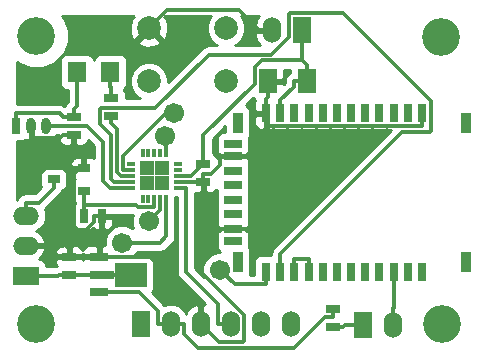
<source format=gtl>
G04 (created by PCBNEW-RS274X (2011-nov-30)-testing) date Wed 08 Aug 2012 11:28:05 AM CEST*
%MOIN*%
G04 Gerber Fmt 3.4, Leading zero omitted, Abs format*
%FSLAX34Y34*%
G01*
G70*
G90*
G04 APERTURE LIST*
%ADD10C,0.006*%
%ADD11R,0.063X0.0276*%
%ADD12R,0.0827X0.0276*%
%ADD13R,0.1083X0.0787*%
%ADD14R,0.06X0.08*%
%ADD15R,0.045X0.025*%
%ADD16R,0.0314X0.059*%
%ADD17R,0.059X0.0314*%
%ADD18R,0.0354X0.0708*%
%ADD19R,0.0354X0.0707*%
%ADD20R,0.0118X0.0287*%
%ADD21R,0.0287X0.0118*%
%ADD22R,0.0492X0.0492*%
%ADD23R,0.06X0.0866*%
%ADD24O,0.06X0.0866*%
%ADD25R,0.0866X0.06*%
%ADD26O,0.0866X0.06*%
%ADD27C,0.0787*%
%ADD28C,0.126*%
%ADD29R,0.0629X0.0709*%
%ADD30R,0.0315X0.0551*%
%ADD31O,0.0315X0.0551*%
%ADD32R,0.0394X0.0276*%
%ADD33R,0.025X0.045*%
%ADD34C,0.067*%
%ADD35C,0.0118*%
%ADD36C,0.01*%
G04 APERTURE END LIST*
G54D10*
G54D11*
X12264Y-15551D03*
G54D12*
X12362Y-16142D03*
G54D11*
X12264Y-16733D03*
G54D13*
X13307Y-16142D03*
G54D14*
X19174Y-9705D03*
X17874Y-9705D03*
G54D15*
X15728Y-12456D03*
X15728Y-13056D03*
X11260Y-16146D03*
X11260Y-15546D03*
X12657Y-10851D03*
X12657Y-10251D03*
X20039Y-17298D03*
X20039Y-17898D03*
X11398Y-10881D03*
X11398Y-11481D03*
G54D16*
X22540Y-10768D03*
X22067Y-10768D03*
X21595Y-10768D03*
X21122Y-10768D03*
X20650Y-10768D03*
X20178Y-10768D03*
X19705Y-10768D03*
X19233Y-10768D03*
X18760Y-10768D03*
X18288Y-10768D03*
X17815Y-10768D03*
X17815Y-16044D03*
X18288Y-16044D03*
X18760Y-16044D03*
X19233Y-16044D03*
X19705Y-16044D03*
X20178Y-16044D03*
X20650Y-16044D03*
X21122Y-16044D03*
X21595Y-16044D03*
X22067Y-16044D03*
X22540Y-16044D03*
X23012Y-16044D03*
X23012Y-10768D03*
G54D17*
X16713Y-11792D03*
X16713Y-12185D03*
X16713Y-12697D03*
X16713Y-13170D03*
X16713Y-13642D03*
X16713Y-14113D03*
X16713Y-14625D03*
X16713Y-15020D03*
G54D18*
X16870Y-11083D03*
G54D19*
X24468Y-11083D03*
X24469Y-15729D03*
X16870Y-15729D03*
G54D20*
X14488Y-12080D03*
X14291Y-12080D03*
X14094Y-12080D03*
X13897Y-12080D03*
G54D21*
X13320Y-12460D03*
X13320Y-12657D03*
X13320Y-12854D03*
X13320Y-13051D03*
X13320Y-13248D03*
G54D22*
X13848Y-12608D03*
X14340Y-12608D03*
X14340Y-13100D03*
X13848Y-13100D03*
G54D20*
X13700Y-13628D03*
X13897Y-13628D03*
X14094Y-13628D03*
X14291Y-13628D03*
X14488Y-13628D03*
G54D21*
X14868Y-13248D03*
X14868Y-13051D03*
X14868Y-12854D03*
X14868Y-12657D03*
X14868Y-12460D03*
G54D20*
X13700Y-12080D03*
G54D23*
X13642Y-17795D03*
G54D24*
X14642Y-17795D03*
X15642Y-17795D03*
X16642Y-17795D03*
X17642Y-17795D03*
X18642Y-17795D03*
G54D25*
X9803Y-16177D03*
G54D26*
X9803Y-15177D03*
X9803Y-14177D03*
G54D23*
X21055Y-17835D03*
G54D24*
X22055Y-17835D03*
G54D23*
X19004Y-7992D03*
G54D24*
X18004Y-7992D03*
G54D27*
X13917Y-9705D03*
X16477Y-7933D03*
X13917Y-7933D03*
X16477Y-9705D03*
G54D28*
X23661Y-8228D03*
X10157Y-17795D03*
X10157Y-8189D03*
X23681Y-17776D03*
G54D29*
X11508Y-9390D03*
X12626Y-9390D03*
G54D30*
X9488Y-11181D03*
G54D31*
X9988Y-11181D03*
X10488Y-11181D03*
G54D32*
X10740Y-12972D03*
X11740Y-12597D03*
X11740Y-13347D03*
G54D33*
X11747Y-14193D03*
X12347Y-14193D03*
G54D34*
X14464Y-11527D03*
X13025Y-15077D03*
X14755Y-10765D03*
X16282Y-15975D03*
X13917Y-14371D03*
G54D35*
X11747Y-14193D02*
X11747Y-13908D01*
X11747Y-13908D02*
X11747Y-13835D01*
X11747Y-13624D02*
X11740Y-13617D01*
X11747Y-13835D02*
X11747Y-13624D01*
X13551Y-13904D02*
X14094Y-13904D01*
X13482Y-13835D02*
X13551Y-13904D01*
X11747Y-13835D02*
X13482Y-13835D01*
X14094Y-13628D02*
X14094Y-13904D01*
X11740Y-13347D02*
X11740Y-13617D01*
X14488Y-11551D02*
X14488Y-12080D01*
X14464Y-11527D02*
X14488Y-11551D01*
X14488Y-14874D02*
X14488Y-13628D01*
X14285Y-15077D02*
X14488Y-14874D01*
X13025Y-15077D02*
X14285Y-15077D01*
X15143Y-16054D02*
X15143Y-13248D01*
X16210Y-17121D02*
X15143Y-16054D01*
X16210Y-17795D02*
X16210Y-17121D01*
X16642Y-17795D02*
X16210Y-17795D01*
X14868Y-13248D02*
X15143Y-13248D01*
X16713Y-14625D02*
X16286Y-14625D01*
X23012Y-10768D02*
X23012Y-11195D01*
X16713Y-12185D02*
X17140Y-12185D01*
X12347Y-14193D02*
X12090Y-14193D01*
X16900Y-7320D02*
X17572Y-7992D01*
X14530Y-7320D02*
X16900Y-7320D01*
X13917Y-7933D02*
X14530Y-7320D01*
X18004Y-7992D02*
X17572Y-7992D01*
X15642Y-17747D02*
X15642Y-17795D01*
X15642Y-17747D02*
X15642Y-17230D01*
X15656Y-15255D02*
X16286Y-14625D01*
X15656Y-16066D02*
X15656Y-15255D01*
X17075Y-17485D02*
X15656Y-16066D01*
X17075Y-18356D02*
X17075Y-17485D01*
X17042Y-18389D02*
X17075Y-18356D01*
X16236Y-18389D02*
X17042Y-18389D01*
X15642Y-17795D02*
X16236Y-18389D01*
X10933Y-11589D02*
X11041Y-11481D01*
X9988Y-11589D02*
X10933Y-11589D01*
X9988Y-11181D02*
X9988Y-11589D01*
X11398Y-11481D02*
X11041Y-11481D01*
X11398Y-11985D02*
X11398Y-11481D01*
X11740Y-12327D02*
X11398Y-11985D01*
X11740Y-12597D02*
X11740Y-12462D01*
X11740Y-12462D02*
X11740Y-12327D01*
X15148Y-13056D02*
X15143Y-13051D01*
X15728Y-13056D02*
X15148Y-13056D01*
X14868Y-13051D02*
X15143Y-13051D01*
X16713Y-12185D02*
X16286Y-12185D01*
X15728Y-14067D02*
X16286Y-14625D01*
X15728Y-13056D02*
X15728Y-14067D01*
X16286Y-12498D02*
X16286Y-12185D01*
X15985Y-12799D02*
X16286Y-12498D01*
X15728Y-12799D02*
X15985Y-12799D01*
X15728Y-13056D02*
X15728Y-12799D01*
X11820Y-14674D02*
X11546Y-14674D01*
X12090Y-14404D02*
X11820Y-14674D01*
X12090Y-14193D02*
X12090Y-14404D01*
X11409Y-12793D02*
X11740Y-12462D01*
X11409Y-14537D02*
X11409Y-12793D01*
X11546Y-14674D02*
X11409Y-14537D01*
X11096Y-15124D02*
X11260Y-15289D01*
X11043Y-15177D02*
X11096Y-15124D01*
X9803Y-15177D02*
X11043Y-15177D01*
X11096Y-15124D02*
X11546Y-14674D01*
X13963Y-15551D02*
X12264Y-15551D01*
X15642Y-17230D02*
X13963Y-15551D01*
X11260Y-15497D02*
X11260Y-15289D01*
X11260Y-15497D02*
X11260Y-15545D01*
X11260Y-15546D02*
X11260Y-15545D01*
X11811Y-15545D02*
X11817Y-15551D01*
X11260Y-15545D02*
X11811Y-15545D01*
X12264Y-15551D02*
X11817Y-15551D01*
X17815Y-10296D02*
X17874Y-10237D01*
X17815Y-10768D02*
X17815Y-10296D01*
X17874Y-9705D02*
X17874Y-10237D01*
X17815Y-10768D02*
X17815Y-11195D01*
X23012Y-11195D02*
X17815Y-11195D01*
X17815Y-11510D02*
X17140Y-12185D01*
X17815Y-11195D02*
X17815Y-11510D01*
X18760Y-15617D02*
X19233Y-15617D01*
X18760Y-16044D02*
X18760Y-15617D01*
X19233Y-16044D02*
X19233Y-15617D01*
X22067Y-17258D02*
X22067Y-16044D01*
X22055Y-17270D02*
X22067Y-17258D01*
X22055Y-17835D02*
X22055Y-17270D01*
X12971Y-12854D02*
X13320Y-12854D01*
X12846Y-12729D02*
X12971Y-12854D01*
X12846Y-11297D02*
X12846Y-12729D01*
X12657Y-11108D02*
X12846Y-11297D01*
X12657Y-10851D02*
X12657Y-11108D01*
X12657Y-9907D02*
X12657Y-10251D01*
X12626Y-9876D02*
X12657Y-9907D01*
X12626Y-9390D02*
X12626Y-9876D01*
X18288Y-15447D02*
X18288Y-16044D01*
X22348Y-11387D02*
X18288Y-15447D01*
X23290Y-11387D02*
X22348Y-11387D01*
X23323Y-11354D02*
X23290Y-11387D01*
X23323Y-10367D02*
X23323Y-11354D01*
X20382Y-7426D02*
X23323Y-10367D01*
X18604Y-7426D02*
X20382Y-7426D01*
X18571Y-7459D02*
X18604Y-7426D01*
X18571Y-8230D02*
X18571Y-7459D01*
X17990Y-8811D02*
X18571Y-8230D01*
X15899Y-8811D02*
X17990Y-8811D01*
X14130Y-10580D02*
X15899Y-8811D01*
X12315Y-10580D02*
X14130Y-10580D01*
X12282Y-10613D02*
X12315Y-10580D01*
X12282Y-11121D02*
X12282Y-10613D01*
X12654Y-11493D02*
X12282Y-11121D01*
X12654Y-12947D02*
X12654Y-11493D01*
X12758Y-13051D02*
X12654Y-12947D01*
X13320Y-13051D02*
X12758Y-13051D01*
X17815Y-16044D02*
X17815Y-16471D01*
X13320Y-12657D02*
X13044Y-12657D01*
X14474Y-10765D02*
X14755Y-10765D01*
X13044Y-12195D02*
X14474Y-10765D01*
X13044Y-12657D02*
X13044Y-12195D01*
X16778Y-16471D02*
X17815Y-16471D01*
X16282Y-15975D02*
X16778Y-16471D01*
X10237Y-13745D02*
X10740Y-13242D01*
X9803Y-13745D02*
X10237Y-13745D01*
X9803Y-14177D02*
X9803Y-13745D01*
X10740Y-12972D02*
X10740Y-13242D01*
X14291Y-13997D02*
X13917Y-14371D01*
X14291Y-13628D02*
X14291Y-13997D01*
X13307Y-16142D02*
X12362Y-16142D01*
X11813Y-16146D02*
X11817Y-16142D01*
X11260Y-16146D02*
X11813Y-16146D01*
X12362Y-16142D02*
X11817Y-16142D01*
X10872Y-16177D02*
X10903Y-16146D01*
X9803Y-16177D02*
X10872Y-16177D01*
X11260Y-16146D02*
X10903Y-16146D01*
X12606Y-13248D02*
X13320Y-13248D01*
X12382Y-13024D02*
X12606Y-13248D01*
X12382Y-11717D02*
X12382Y-13024D01*
X11846Y-11181D02*
X12382Y-11717D01*
X10488Y-11181D02*
X11846Y-11181D01*
X20459Y-17835D02*
X20396Y-17898D01*
X21055Y-17835D02*
X20459Y-17835D01*
X20039Y-17898D02*
X20396Y-17898D01*
X10933Y-10773D02*
X11041Y-10881D01*
X9488Y-10773D02*
X10933Y-10773D01*
X9488Y-11181D02*
X9488Y-10773D01*
X11398Y-10881D02*
X11041Y-10881D01*
X11398Y-10881D02*
X11398Y-10624D01*
X13580Y-16733D02*
X12264Y-16733D01*
X14210Y-17363D02*
X13580Y-16733D01*
X14210Y-17795D02*
X14210Y-17363D01*
X14642Y-17795D02*
X14210Y-17795D01*
X15074Y-18109D02*
X15074Y-17795D01*
X15546Y-18581D02*
X15074Y-18109D01*
X18756Y-18581D02*
X15546Y-18581D01*
X19782Y-17555D02*
X18756Y-18581D01*
X20039Y-17555D02*
X19782Y-17555D01*
X20039Y-17298D02*
X20039Y-17555D01*
X14642Y-17795D02*
X15074Y-17795D01*
X15330Y-12854D02*
X15728Y-12456D01*
X14868Y-12854D02*
X15330Y-12854D01*
X11508Y-10514D02*
X11398Y-10624D01*
X11508Y-9390D02*
X11508Y-10514D01*
X19174Y-9173D02*
X19174Y-9705D01*
X19004Y-9003D02*
X19174Y-9173D01*
X19004Y-7992D02*
X19004Y-9003D01*
X15728Y-11488D02*
X15728Y-12456D01*
X17437Y-9779D02*
X15728Y-11488D01*
X17437Y-9233D02*
X17437Y-9779D01*
X17667Y-9003D02*
X17437Y-9233D01*
X19004Y-9003D02*
X17667Y-9003D01*
X18742Y-9887D02*
X18742Y-9705D01*
X18288Y-10341D02*
X18742Y-9887D01*
X18288Y-10768D02*
X18288Y-10341D01*
X19174Y-9705D02*
X18742Y-9705D01*
G54D10*
G36*
X13380Y-14604D02*
X13357Y-14581D01*
X13142Y-14492D01*
X12909Y-14492D01*
X12722Y-14569D01*
X12722Y-14305D01*
X12660Y-14243D01*
X12397Y-14243D01*
X12397Y-14606D01*
X12459Y-14668D01*
X12521Y-14667D01*
X12613Y-14629D01*
X12683Y-14559D01*
X12721Y-14468D01*
X12721Y-14369D01*
X12722Y-14305D01*
X12722Y-14569D01*
X12694Y-14581D01*
X12529Y-14745D01*
X12440Y-14960D01*
X12440Y-15163D01*
X12376Y-15163D01*
X12314Y-15225D01*
X12314Y-15451D01*
X12314Y-15501D01*
X12314Y-15601D01*
X12214Y-15601D01*
X12214Y-15501D01*
X12214Y-15225D01*
X12152Y-15163D01*
X11998Y-15164D01*
X11899Y-15164D01*
X11808Y-15202D01*
X11738Y-15272D01*
X11715Y-15326D01*
X11696Y-15280D01*
X11626Y-15210D01*
X11535Y-15172D01*
X11436Y-15172D01*
X11372Y-15171D01*
X11310Y-15233D01*
X11310Y-15496D01*
X11673Y-15496D01*
X11714Y-15454D01*
X11761Y-15501D01*
X12214Y-15501D01*
X12214Y-15601D01*
X12164Y-15601D01*
X11761Y-15601D01*
X11719Y-15642D01*
X11673Y-15596D01*
X11360Y-15596D01*
X11310Y-15596D01*
X11210Y-15596D01*
X11210Y-15496D01*
X11210Y-15233D01*
X11148Y-15171D01*
X11084Y-15172D01*
X10985Y-15172D01*
X10894Y-15210D01*
X10824Y-15280D01*
X10786Y-15372D01*
X10785Y-15434D01*
X10847Y-15496D01*
X11210Y-15496D01*
X11210Y-15596D01*
X11160Y-15596D01*
X10847Y-15596D01*
X10785Y-15658D01*
X10786Y-15720D01*
X10824Y-15812D01*
X10858Y-15846D01*
X10857Y-15846D01*
X10785Y-15861D01*
X10774Y-15868D01*
X10485Y-15868D01*
X10485Y-15828D01*
X10447Y-15736D01*
X10377Y-15666D01*
X10286Y-15628D01*
X10239Y-15628D01*
X10361Y-15530D01*
X10464Y-15340D01*
X10468Y-15312D01*
X10421Y-15227D01*
X9903Y-15227D01*
X9853Y-15227D01*
X9753Y-15227D01*
X9753Y-15127D01*
X9853Y-15127D01*
X9903Y-15127D01*
X10421Y-15127D01*
X10468Y-15042D01*
X10464Y-15014D01*
X10361Y-14824D01*
X10193Y-14688D01*
X10154Y-14676D01*
X10255Y-14635D01*
X10406Y-14483D01*
X10489Y-14285D01*
X10489Y-14070D01*
X10447Y-13968D01*
X10455Y-13963D01*
X10958Y-13461D01*
X10958Y-13460D01*
X11025Y-13360D01*
X11028Y-13341D01*
X11078Y-13321D01*
X11148Y-13251D01*
X11186Y-13160D01*
X11186Y-13061D01*
X11186Y-12785D01*
X11148Y-12693D01*
X11078Y-12623D01*
X10987Y-12585D01*
X10888Y-12585D01*
X10494Y-12585D01*
X10402Y-12623D01*
X10332Y-12693D01*
X10294Y-12784D01*
X10294Y-12883D01*
X10294Y-13159D01*
X10321Y-13224D01*
X10109Y-13436D01*
X9803Y-13436D01*
X9685Y-13460D01*
X9585Y-13527D01*
X9518Y-13627D01*
X9512Y-13652D01*
X9499Y-13658D01*
X9499Y-11705D01*
X9694Y-11705D01*
X9786Y-11667D01*
X9800Y-11652D01*
X9876Y-11689D01*
X9938Y-11640D01*
X9938Y-11281D01*
X9938Y-11231D01*
X9938Y-11131D01*
X10038Y-11131D01*
X10038Y-11231D01*
X10038Y-11281D01*
X10038Y-11640D01*
X10100Y-11689D01*
X10238Y-11623D01*
X10262Y-11647D01*
X10408Y-11708D01*
X10567Y-11708D01*
X10714Y-11647D01*
X10826Y-11535D01*
X10844Y-11490D01*
X10923Y-11490D01*
X10923Y-11581D01*
X10935Y-11581D01*
X10923Y-11593D01*
X10924Y-11655D01*
X10962Y-11747D01*
X11032Y-11817D01*
X11123Y-11855D01*
X11222Y-11855D01*
X11286Y-11856D01*
X11348Y-11794D01*
X11348Y-11581D01*
X11348Y-11531D01*
X11348Y-11490D01*
X11448Y-11490D01*
X11448Y-11531D01*
X11448Y-11581D01*
X11448Y-11794D01*
X11510Y-11856D01*
X11574Y-11855D01*
X11673Y-11855D01*
X11764Y-11817D01*
X11834Y-11747D01*
X11872Y-11655D01*
X11872Y-11643D01*
X12073Y-11844D01*
X12073Y-12245D01*
X11987Y-12210D01*
X11888Y-12210D01*
X11852Y-12209D01*
X11790Y-12271D01*
X11790Y-12497D01*
X11790Y-12547D01*
X11790Y-12647D01*
X11690Y-12647D01*
X11690Y-12547D01*
X11690Y-12271D01*
X11628Y-12209D01*
X11592Y-12210D01*
X11493Y-12210D01*
X11402Y-12248D01*
X11348Y-12302D01*
X11332Y-12318D01*
X11294Y-12410D01*
X11293Y-12485D01*
X11355Y-12547D01*
X11690Y-12547D01*
X11690Y-12647D01*
X11640Y-12647D01*
X11355Y-12647D01*
X11293Y-12709D01*
X11294Y-12784D01*
X11332Y-12876D01*
X11402Y-12946D01*
X11464Y-12972D01*
X11402Y-12998D01*
X11332Y-13068D01*
X11294Y-13159D01*
X11294Y-13258D01*
X11294Y-13534D01*
X11332Y-13626D01*
X11402Y-13696D01*
X11438Y-13711D01*
X11438Y-13800D01*
X11411Y-13827D01*
X11373Y-13918D01*
X11373Y-14017D01*
X11373Y-14467D01*
X11411Y-14559D01*
X11481Y-14629D01*
X11572Y-14667D01*
X11671Y-14667D01*
X11921Y-14667D01*
X12013Y-14629D01*
X12047Y-14595D01*
X12081Y-14629D01*
X12173Y-14667D01*
X12235Y-14668D01*
X12297Y-14606D01*
X12297Y-14293D01*
X12297Y-14243D01*
X12297Y-14144D01*
X13365Y-14144D01*
X13374Y-14150D01*
X13332Y-14254D01*
X13332Y-14487D01*
X13380Y-14604D01*
X13380Y-14604D01*
G37*
G54D36*
X13380Y-14604D02*
X13357Y-14581D01*
X13142Y-14492D01*
X12909Y-14492D01*
X12722Y-14569D01*
X12722Y-14305D01*
X12660Y-14243D01*
X12397Y-14243D01*
X12397Y-14606D01*
X12459Y-14668D01*
X12521Y-14667D01*
X12613Y-14629D01*
X12683Y-14559D01*
X12721Y-14468D01*
X12721Y-14369D01*
X12722Y-14305D01*
X12722Y-14569D01*
X12694Y-14581D01*
X12529Y-14745D01*
X12440Y-14960D01*
X12440Y-15163D01*
X12376Y-15163D01*
X12314Y-15225D01*
X12314Y-15451D01*
X12314Y-15501D01*
X12314Y-15601D01*
X12214Y-15601D01*
X12214Y-15501D01*
X12214Y-15225D01*
X12152Y-15163D01*
X11998Y-15164D01*
X11899Y-15164D01*
X11808Y-15202D01*
X11738Y-15272D01*
X11715Y-15326D01*
X11696Y-15280D01*
X11626Y-15210D01*
X11535Y-15172D01*
X11436Y-15172D01*
X11372Y-15171D01*
X11310Y-15233D01*
X11310Y-15496D01*
X11673Y-15496D01*
X11714Y-15454D01*
X11761Y-15501D01*
X12214Y-15501D01*
X12214Y-15601D01*
X12164Y-15601D01*
X11761Y-15601D01*
X11719Y-15642D01*
X11673Y-15596D01*
X11360Y-15596D01*
X11310Y-15596D01*
X11210Y-15596D01*
X11210Y-15496D01*
X11210Y-15233D01*
X11148Y-15171D01*
X11084Y-15172D01*
X10985Y-15172D01*
X10894Y-15210D01*
X10824Y-15280D01*
X10786Y-15372D01*
X10785Y-15434D01*
X10847Y-15496D01*
X11210Y-15496D01*
X11210Y-15596D01*
X11160Y-15596D01*
X10847Y-15596D01*
X10785Y-15658D01*
X10786Y-15720D01*
X10824Y-15812D01*
X10858Y-15846D01*
X10857Y-15846D01*
X10785Y-15861D01*
X10774Y-15868D01*
X10485Y-15868D01*
X10485Y-15828D01*
X10447Y-15736D01*
X10377Y-15666D01*
X10286Y-15628D01*
X10239Y-15628D01*
X10361Y-15530D01*
X10464Y-15340D01*
X10468Y-15312D01*
X10421Y-15227D01*
X9903Y-15227D01*
X9853Y-15227D01*
X9753Y-15227D01*
X9753Y-15127D01*
X9853Y-15127D01*
X9903Y-15127D01*
X10421Y-15127D01*
X10468Y-15042D01*
X10464Y-15014D01*
X10361Y-14824D01*
X10193Y-14688D01*
X10154Y-14676D01*
X10255Y-14635D01*
X10406Y-14483D01*
X10489Y-14285D01*
X10489Y-14070D01*
X10447Y-13968D01*
X10455Y-13963D01*
X10958Y-13461D01*
X10958Y-13460D01*
X11025Y-13360D01*
X11028Y-13341D01*
X11078Y-13321D01*
X11148Y-13251D01*
X11186Y-13160D01*
X11186Y-13061D01*
X11186Y-12785D01*
X11148Y-12693D01*
X11078Y-12623D01*
X10987Y-12585D01*
X10888Y-12585D01*
X10494Y-12585D01*
X10402Y-12623D01*
X10332Y-12693D01*
X10294Y-12784D01*
X10294Y-12883D01*
X10294Y-13159D01*
X10321Y-13224D01*
X10109Y-13436D01*
X9803Y-13436D01*
X9685Y-13460D01*
X9585Y-13527D01*
X9518Y-13627D01*
X9512Y-13652D01*
X9499Y-13658D01*
X9499Y-11705D01*
X9694Y-11705D01*
X9786Y-11667D01*
X9800Y-11652D01*
X9876Y-11689D01*
X9938Y-11640D01*
X9938Y-11281D01*
X9938Y-11231D01*
X9938Y-11131D01*
X10038Y-11131D01*
X10038Y-11231D01*
X10038Y-11281D01*
X10038Y-11640D01*
X10100Y-11689D01*
X10238Y-11623D01*
X10262Y-11647D01*
X10408Y-11708D01*
X10567Y-11708D01*
X10714Y-11647D01*
X10826Y-11535D01*
X10844Y-11490D01*
X10923Y-11490D01*
X10923Y-11581D01*
X10935Y-11581D01*
X10923Y-11593D01*
X10924Y-11655D01*
X10962Y-11747D01*
X11032Y-11817D01*
X11123Y-11855D01*
X11222Y-11855D01*
X11286Y-11856D01*
X11348Y-11794D01*
X11348Y-11581D01*
X11348Y-11531D01*
X11348Y-11490D01*
X11448Y-11490D01*
X11448Y-11531D01*
X11448Y-11581D01*
X11448Y-11794D01*
X11510Y-11856D01*
X11574Y-11855D01*
X11673Y-11855D01*
X11764Y-11817D01*
X11834Y-11747D01*
X11872Y-11655D01*
X11872Y-11643D01*
X12073Y-11844D01*
X12073Y-12245D01*
X11987Y-12210D01*
X11888Y-12210D01*
X11852Y-12209D01*
X11790Y-12271D01*
X11790Y-12497D01*
X11790Y-12547D01*
X11790Y-12647D01*
X11690Y-12647D01*
X11690Y-12547D01*
X11690Y-12271D01*
X11628Y-12209D01*
X11592Y-12210D01*
X11493Y-12210D01*
X11402Y-12248D01*
X11348Y-12302D01*
X11332Y-12318D01*
X11294Y-12410D01*
X11293Y-12485D01*
X11355Y-12547D01*
X11690Y-12547D01*
X11690Y-12647D01*
X11640Y-12647D01*
X11355Y-12647D01*
X11293Y-12709D01*
X11294Y-12784D01*
X11332Y-12876D01*
X11402Y-12946D01*
X11464Y-12972D01*
X11402Y-12998D01*
X11332Y-13068D01*
X11294Y-13159D01*
X11294Y-13258D01*
X11294Y-13534D01*
X11332Y-13626D01*
X11402Y-13696D01*
X11438Y-13711D01*
X11438Y-13800D01*
X11411Y-13827D01*
X11373Y-13918D01*
X11373Y-14017D01*
X11373Y-14467D01*
X11411Y-14559D01*
X11481Y-14629D01*
X11572Y-14667D01*
X11671Y-14667D01*
X11921Y-14667D01*
X12013Y-14629D01*
X12047Y-14595D01*
X12081Y-14629D01*
X12173Y-14667D01*
X12235Y-14668D01*
X12297Y-14606D01*
X12297Y-14293D01*
X12297Y-14243D01*
X12297Y-14144D01*
X13365Y-14144D01*
X13374Y-14150D01*
X13332Y-14254D01*
X13332Y-14487D01*
X13380Y-14604D01*
G54D10*
G36*
X15783Y-17130D02*
X15777Y-17130D01*
X15692Y-17177D01*
X15692Y-17695D01*
X15692Y-17745D01*
X15692Y-17845D01*
X15592Y-17845D01*
X15592Y-17745D01*
X15592Y-17695D01*
X15592Y-17177D01*
X15507Y-17130D01*
X15479Y-17134D01*
X15289Y-17237D01*
X15153Y-17405D01*
X15141Y-17443D01*
X15100Y-17343D01*
X14948Y-17192D01*
X14750Y-17109D01*
X14535Y-17109D01*
X14432Y-17151D01*
X14428Y-17145D01*
X14428Y-17144D01*
X14009Y-16725D01*
X14059Y-16676D01*
X14097Y-16585D01*
X14097Y-16486D01*
X14097Y-15700D01*
X14059Y-15608D01*
X13989Y-15538D01*
X13898Y-15500D01*
X13799Y-15500D01*
X13429Y-15500D01*
X13521Y-15409D01*
X13530Y-15386D01*
X14285Y-15386D01*
X14285Y-15385D01*
X14403Y-15362D01*
X14503Y-15295D01*
X14706Y-15093D01*
X14706Y-15092D01*
X14773Y-14992D01*
X14796Y-14874D01*
X14797Y-14874D01*
X14797Y-13628D01*
X14796Y-13623D01*
X14796Y-13556D01*
X14834Y-13556D01*
X14834Y-16054D01*
X14858Y-16172D01*
X14925Y-16272D01*
X15783Y-17130D01*
X15783Y-17130D01*
G37*
G54D36*
X15783Y-17130D02*
X15777Y-17130D01*
X15692Y-17177D01*
X15692Y-17695D01*
X15692Y-17745D01*
X15692Y-17845D01*
X15592Y-17845D01*
X15592Y-17745D01*
X15592Y-17695D01*
X15592Y-17177D01*
X15507Y-17130D01*
X15479Y-17134D01*
X15289Y-17237D01*
X15153Y-17405D01*
X15141Y-17443D01*
X15100Y-17343D01*
X14948Y-17192D01*
X14750Y-17109D01*
X14535Y-17109D01*
X14432Y-17151D01*
X14428Y-17145D01*
X14428Y-17144D01*
X14009Y-16725D01*
X14059Y-16676D01*
X14097Y-16585D01*
X14097Y-16486D01*
X14097Y-15700D01*
X14059Y-15608D01*
X13989Y-15538D01*
X13898Y-15500D01*
X13799Y-15500D01*
X13429Y-15500D01*
X13521Y-15409D01*
X13530Y-15386D01*
X14285Y-15386D01*
X14285Y-15385D01*
X14403Y-15362D01*
X14503Y-15295D01*
X14706Y-15093D01*
X14706Y-15092D01*
X14773Y-14992D01*
X14796Y-14874D01*
X14797Y-14874D01*
X14797Y-13628D01*
X14796Y-13623D01*
X14796Y-13556D01*
X14834Y-13556D01*
X14834Y-16054D01*
X14858Y-16172D01*
X14925Y-16272D01*
X15783Y-17130D01*
G54D10*
G36*
X16171Y-8502D02*
X15899Y-8502D01*
X15781Y-8526D01*
X15747Y-8548D01*
X15680Y-8593D01*
X14563Y-9710D01*
X14560Y-9713D01*
X14560Y-9578D01*
X14462Y-9342D01*
X14299Y-9178D01*
X14299Y-8386D01*
X13917Y-8004D01*
X13846Y-8075D01*
X13535Y-8386D01*
X13574Y-8491D01*
X13814Y-8579D01*
X14069Y-8570D01*
X14260Y-8491D01*
X14299Y-8386D01*
X14299Y-9178D01*
X14282Y-9161D01*
X14046Y-9062D01*
X13790Y-9062D01*
X13554Y-9160D01*
X13373Y-9340D01*
X13274Y-9576D01*
X13274Y-9832D01*
X13372Y-10068D01*
X13552Y-10249D01*
X13604Y-10271D01*
X13131Y-10271D01*
X13131Y-10077D01*
X13093Y-9985D01*
X13068Y-9960D01*
X13081Y-9955D01*
X13151Y-9885D01*
X13189Y-9794D01*
X13189Y-9695D01*
X13189Y-8987D01*
X13151Y-8895D01*
X13081Y-8825D01*
X12990Y-8787D01*
X12891Y-8787D01*
X12263Y-8787D01*
X12171Y-8825D01*
X12101Y-8895D01*
X12066Y-8976D01*
X12033Y-8895D01*
X11963Y-8825D01*
X11872Y-8787D01*
X11773Y-8787D01*
X11145Y-8787D01*
X11053Y-8825D01*
X10983Y-8895D01*
X10945Y-8986D01*
X10945Y-9085D01*
X10945Y-9793D01*
X10983Y-9885D01*
X11053Y-9955D01*
X11144Y-9993D01*
X11199Y-9993D01*
X11199Y-10386D01*
X11180Y-10406D01*
X11113Y-10506D01*
X11111Y-10512D01*
X11096Y-10518D01*
X11051Y-10488D01*
X10933Y-10464D01*
X9499Y-10464D01*
X9499Y-9050D01*
X9548Y-9099D01*
X9943Y-9263D01*
X10370Y-9263D01*
X10765Y-9100D01*
X11067Y-8798D01*
X11231Y-8403D01*
X11231Y-7976D01*
X11068Y-7581D01*
X11017Y-7530D01*
X13395Y-7530D01*
X13384Y-7541D01*
X13412Y-7569D01*
X13359Y-7590D01*
X13271Y-7830D01*
X13280Y-8085D01*
X13359Y-8276D01*
X13464Y-8315D01*
X13811Y-7968D01*
X13846Y-7933D01*
X13917Y-7862D01*
X13988Y-7933D01*
X14023Y-7968D01*
X14370Y-8315D01*
X14475Y-8276D01*
X14563Y-8036D01*
X14554Y-7781D01*
X14475Y-7590D01*
X14421Y-7569D01*
X14450Y-7541D01*
X14439Y-7530D01*
X15971Y-7530D01*
X15933Y-7568D01*
X15834Y-7804D01*
X15834Y-8060D01*
X15932Y-8296D01*
X16112Y-8477D01*
X16171Y-8502D01*
X16171Y-8502D01*
G37*
G54D36*
X16171Y-8502D02*
X15899Y-8502D01*
X15781Y-8526D01*
X15747Y-8548D01*
X15680Y-8593D01*
X14563Y-9710D01*
X14560Y-9713D01*
X14560Y-9578D01*
X14462Y-9342D01*
X14299Y-9178D01*
X14299Y-8386D01*
X13917Y-8004D01*
X13846Y-8075D01*
X13535Y-8386D01*
X13574Y-8491D01*
X13814Y-8579D01*
X14069Y-8570D01*
X14260Y-8491D01*
X14299Y-8386D01*
X14299Y-9178D01*
X14282Y-9161D01*
X14046Y-9062D01*
X13790Y-9062D01*
X13554Y-9160D01*
X13373Y-9340D01*
X13274Y-9576D01*
X13274Y-9832D01*
X13372Y-10068D01*
X13552Y-10249D01*
X13604Y-10271D01*
X13131Y-10271D01*
X13131Y-10077D01*
X13093Y-9985D01*
X13068Y-9960D01*
X13081Y-9955D01*
X13151Y-9885D01*
X13189Y-9794D01*
X13189Y-9695D01*
X13189Y-8987D01*
X13151Y-8895D01*
X13081Y-8825D01*
X12990Y-8787D01*
X12891Y-8787D01*
X12263Y-8787D01*
X12171Y-8825D01*
X12101Y-8895D01*
X12066Y-8976D01*
X12033Y-8895D01*
X11963Y-8825D01*
X11872Y-8787D01*
X11773Y-8787D01*
X11145Y-8787D01*
X11053Y-8825D01*
X10983Y-8895D01*
X10945Y-8986D01*
X10945Y-9085D01*
X10945Y-9793D01*
X10983Y-9885D01*
X11053Y-9955D01*
X11144Y-9993D01*
X11199Y-9993D01*
X11199Y-10386D01*
X11180Y-10406D01*
X11113Y-10506D01*
X11111Y-10512D01*
X11096Y-10518D01*
X11051Y-10488D01*
X10933Y-10464D01*
X9499Y-10464D01*
X9499Y-9050D01*
X9548Y-9099D01*
X9943Y-9263D01*
X10370Y-9263D01*
X10765Y-9100D01*
X11067Y-8798D01*
X11231Y-8403D01*
X11231Y-7976D01*
X11068Y-7581D01*
X11017Y-7530D01*
X13395Y-7530D01*
X13384Y-7541D01*
X13412Y-7569D01*
X13359Y-7590D01*
X13271Y-7830D01*
X13280Y-8085D01*
X13359Y-8276D01*
X13464Y-8315D01*
X13811Y-7968D01*
X13846Y-7933D01*
X13917Y-7862D01*
X13988Y-7933D01*
X14023Y-7968D01*
X14370Y-8315D01*
X14475Y-8276D01*
X14563Y-8036D01*
X14554Y-7781D01*
X14475Y-7590D01*
X14421Y-7569D01*
X14450Y-7541D01*
X14439Y-7530D01*
X15971Y-7530D01*
X15933Y-7568D01*
X15834Y-7804D01*
X15834Y-8060D01*
X15932Y-8296D01*
X16112Y-8477D01*
X16171Y-8502D01*
G54D10*
G36*
X18054Y-8042D02*
X17954Y-8042D01*
X17904Y-8042D01*
X17454Y-8042D01*
X17454Y-8175D01*
X17515Y-8382D01*
X17612Y-8502D01*
X16782Y-8502D01*
X16840Y-8478D01*
X17021Y-8298D01*
X17120Y-8062D01*
X17120Y-7806D01*
X17022Y-7570D01*
X16982Y-7530D01*
X17573Y-7530D01*
X17515Y-7602D01*
X17454Y-7809D01*
X17454Y-7942D01*
X17904Y-7942D01*
X17954Y-7942D01*
X18054Y-7942D01*
X18054Y-8042D01*
X18054Y-8042D01*
G37*
G54D36*
X18054Y-8042D02*
X17954Y-8042D01*
X17904Y-8042D01*
X17454Y-8042D01*
X17454Y-8175D01*
X17515Y-8382D01*
X17612Y-8502D01*
X16782Y-8502D01*
X16840Y-8478D01*
X17021Y-8298D01*
X17120Y-8062D01*
X17120Y-7806D01*
X17022Y-7570D01*
X16982Y-7530D01*
X17573Y-7530D01*
X17515Y-7602D01*
X17454Y-7809D01*
X17454Y-7942D01*
X17904Y-7942D01*
X17954Y-7942D01*
X18054Y-7942D01*
X18054Y-8042D01*
G54D10*
G36*
X18625Y-9419D02*
X18624Y-9420D01*
X18524Y-9487D01*
X18457Y-9587D01*
X18433Y-9705D01*
X18433Y-9759D01*
X18399Y-9792D01*
X18362Y-9755D01*
X17974Y-9755D01*
X17924Y-9755D01*
X17824Y-9755D01*
X17824Y-9655D01*
X17924Y-9655D01*
X17974Y-9655D01*
X18362Y-9655D01*
X18424Y-9593D01*
X18423Y-9354D01*
X18423Y-9312D01*
X18625Y-9312D01*
X18625Y-9354D01*
X18625Y-9419D01*
X18625Y-9419D01*
G37*
G54D36*
X18625Y-9419D02*
X18624Y-9420D01*
X18524Y-9487D01*
X18457Y-9587D01*
X18433Y-9705D01*
X18433Y-9759D01*
X18399Y-9792D01*
X18362Y-9755D01*
X17974Y-9755D01*
X17924Y-9755D01*
X17824Y-9755D01*
X17824Y-9655D01*
X17924Y-9655D01*
X17974Y-9655D01*
X18362Y-9655D01*
X18424Y-9593D01*
X18423Y-9354D01*
X18423Y-9312D01*
X18625Y-9312D01*
X18625Y-9354D01*
X18625Y-9419D01*
G54D10*
G36*
X21986Y-11312D02*
X18070Y-15229D01*
X18003Y-15329D01*
X17979Y-15447D01*
X17979Y-15500D01*
X17923Y-15500D01*
X17765Y-15500D01*
X17765Y-11251D01*
X17765Y-10818D01*
X17470Y-10818D01*
X17408Y-10880D01*
X17409Y-11014D01*
X17409Y-11113D01*
X17447Y-11204D01*
X17517Y-11274D01*
X17609Y-11312D01*
X17703Y-11313D01*
X17765Y-11251D01*
X17765Y-15500D01*
X17609Y-15500D01*
X17517Y-15538D01*
X17447Y-15608D01*
X17409Y-15699D01*
X17409Y-15798D01*
X17409Y-16162D01*
X17283Y-16162D01*
X17296Y-16132D01*
X17296Y-16033D01*
X17296Y-15327D01*
X17258Y-15235D01*
X17254Y-15231D01*
X17257Y-15227D01*
X17257Y-15128D01*
X17257Y-14831D01*
X17257Y-14814D01*
X17258Y-14737D01*
X17196Y-14675D01*
X17172Y-14675D01*
X17149Y-14652D01*
X17058Y-14614D01*
X16959Y-14614D01*
X16369Y-14614D01*
X16277Y-14652D01*
X16254Y-14675D01*
X16230Y-14675D01*
X16168Y-14737D01*
X16169Y-14831D01*
X16169Y-14912D01*
X16169Y-15226D01*
X16207Y-15318D01*
X16277Y-15388D01*
X16281Y-15390D01*
X16166Y-15390D01*
X15951Y-15479D01*
X15786Y-15643D01*
X15697Y-15858D01*
X15697Y-16091D01*
X15753Y-16228D01*
X15452Y-15926D01*
X15452Y-13429D01*
X15453Y-13430D01*
X15552Y-13430D01*
X15616Y-13431D01*
X15678Y-13369D01*
X15678Y-13156D01*
X15678Y-13106D01*
X15678Y-13006D01*
X15778Y-13006D01*
X15778Y-13106D01*
X15778Y-13156D01*
X15778Y-13369D01*
X15840Y-13431D01*
X15904Y-13430D01*
X16003Y-13430D01*
X16094Y-13392D01*
X16164Y-13322D01*
X16169Y-13309D01*
X16169Y-13376D01*
X16181Y-13405D01*
X16169Y-13435D01*
X16169Y-13534D01*
X16169Y-13848D01*
X16181Y-13877D01*
X16169Y-13906D01*
X16169Y-14005D01*
X16169Y-14319D01*
X16189Y-14369D01*
X16169Y-14419D01*
X16168Y-14513D01*
X16230Y-14575D01*
X16613Y-14575D01*
X16663Y-14575D01*
X16763Y-14575D01*
X16813Y-14575D01*
X17196Y-14575D01*
X17258Y-14513D01*
X17257Y-14419D01*
X17236Y-14369D01*
X17257Y-14320D01*
X17257Y-14221D01*
X17257Y-13907D01*
X17244Y-13877D01*
X17257Y-13849D01*
X17257Y-13750D01*
X17257Y-13436D01*
X17244Y-13406D01*
X17257Y-13377D01*
X17257Y-13278D01*
X17257Y-12964D01*
X17244Y-12933D01*
X17257Y-12904D01*
X17257Y-12805D01*
X17257Y-12491D01*
X17236Y-12441D01*
X17257Y-12391D01*
X17258Y-12297D01*
X17196Y-12235D01*
X16813Y-12235D01*
X16763Y-12235D01*
X16663Y-12235D01*
X16613Y-12235D01*
X16230Y-12235D01*
X16196Y-12268D01*
X16164Y-12190D01*
X16094Y-12120D01*
X16037Y-12096D01*
X16037Y-11615D01*
X16444Y-11208D01*
X16444Y-11386D01*
X16369Y-11386D01*
X16277Y-11424D01*
X16207Y-11494D01*
X16169Y-11585D01*
X16169Y-11684D01*
X16169Y-11979D01*
X16168Y-12073D01*
X16230Y-12135D01*
X16252Y-12135D01*
X16277Y-12160D01*
X16368Y-12198D01*
X16467Y-12198D01*
X17057Y-12198D01*
X17149Y-12160D01*
X17174Y-12135D01*
X17196Y-12135D01*
X17258Y-12073D01*
X17257Y-11999D01*
X17257Y-11979D01*
X17257Y-11900D01*
X17257Y-11586D01*
X17254Y-11581D01*
X17258Y-11578D01*
X17296Y-11487D01*
X17296Y-11388D01*
X17296Y-10680D01*
X17258Y-10588D01*
X17188Y-10518D01*
X17150Y-10502D01*
X17384Y-10267D01*
X17433Y-10316D01*
X17454Y-10324D01*
X17447Y-10332D01*
X17409Y-10423D01*
X17409Y-10522D01*
X17408Y-10656D01*
X17470Y-10718D01*
X17715Y-10718D01*
X17765Y-10718D01*
X17865Y-10718D01*
X17865Y-10818D01*
X17865Y-10868D01*
X17865Y-11251D01*
X17927Y-11313D01*
X18021Y-11312D01*
X18051Y-11299D01*
X18081Y-11312D01*
X18180Y-11312D01*
X18494Y-11312D01*
X18523Y-11299D01*
X18553Y-11312D01*
X18652Y-11312D01*
X18966Y-11312D01*
X18996Y-11299D01*
X19026Y-11312D01*
X19125Y-11312D01*
X19439Y-11312D01*
X19468Y-11299D01*
X19498Y-11312D01*
X19597Y-11312D01*
X19911Y-11312D01*
X19941Y-11299D01*
X19971Y-11312D01*
X20070Y-11312D01*
X20384Y-11312D01*
X20413Y-11299D01*
X20443Y-11312D01*
X20542Y-11312D01*
X20856Y-11312D01*
X20885Y-11299D01*
X20915Y-11312D01*
X21014Y-11312D01*
X21328Y-11312D01*
X21358Y-11299D01*
X21388Y-11312D01*
X21487Y-11312D01*
X21801Y-11312D01*
X21830Y-11299D01*
X21860Y-11312D01*
X21959Y-11312D01*
X21986Y-11312D01*
X21986Y-11312D01*
G37*
G54D36*
X21986Y-11312D02*
X18070Y-15229D01*
X18003Y-15329D01*
X17979Y-15447D01*
X17979Y-15500D01*
X17923Y-15500D01*
X17765Y-15500D01*
X17765Y-11251D01*
X17765Y-10818D01*
X17470Y-10818D01*
X17408Y-10880D01*
X17409Y-11014D01*
X17409Y-11113D01*
X17447Y-11204D01*
X17517Y-11274D01*
X17609Y-11312D01*
X17703Y-11313D01*
X17765Y-11251D01*
X17765Y-15500D01*
X17609Y-15500D01*
X17517Y-15538D01*
X17447Y-15608D01*
X17409Y-15699D01*
X17409Y-15798D01*
X17409Y-16162D01*
X17283Y-16162D01*
X17296Y-16132D01*
X17296Y-16033D01*
X17296Y-15327D01*
X17258Y-15235D01*
X17254Y-15231D01*
X17257Y-15227D01*
X17257Y-15128D01*
X17257Y-14831D01*
X17257Y-14814D01*
X17258Y-14737D01*
X17196Y-14675D01*
X17172Y-14675D01*
X17149Y-14652D01*
X17058Y-14614D01*
X16959Y-14614D01*
X16369Y-14614D01*
X16277Y-14652D01*
X16254Y-14675D01*
X16230Y-14675D01*
X16168Y-14737D01*
X16169Y-14831D01*
X16169Y-14912D01*
X16169Y-15226D01*
X16207Y-15318D01*
X16277Y-15388D01*
X16281Y-15390D01*
X16166Y-15390D01*
X15951Y-15479D01*
X15786Y-15643D01*
X15697Y-15858D01*
X15697Y-16091D01*
X15753Y-16228D01*
X15452Y-15926D01*
X15452Y-13429D01*
X15453Y-13430D01*
X15552Y-13430D01*
X15616Y-13431D01*
X15678Y-13369D01*
X15678Y-13156D01*
X15678Y-13106D01*
X15678Y-13006D01*
X15778Y-13006D01*
X15778Y-13106D01*
X15778Y-13156D01*
X15778Y-13369D01*
X15840Y-13431D01*
X15904Y-13430D01*
X16003Y-13430D01*
X16094Y-13392D01*
X16164Y-13322D01*
X16169Y-13309D01*
X16169Y-13376D01*
X16181Y-13405D01*
X16169Y-13435D01*
X16169Y-13534D01*
X16169Y-13848D01*
X16181Y-13877D01*
X16169Y-13906D01*
X16169Y-14005D01*
X16169Y-14319D01*
X16189Y-14369D01*
X16169Y-14419D01*
X16168Y-14513D01*
X16230Y-14575D01*
X16613Y-14575D01*
X16663Y-14575D01*
X16763Y-14575D01*
X16813Y-14575D01*
X17196Y-14575D01*
X17258Y-14513D01*
X17257Y-14419D01*
X17236Y-14369D01*
X17257Y-14320D01*
X17257Y-14221D01*
X17257Y-13907D01*
X17244Y-13877D01*
X17257Y-13849D01*
X17257Y-13750D01*
X17257Y-13436D01*
X17244Y-13406D01*
X17257Y-13377D01*
X17257Y-13278D01*
X17257Y-12964D01*
X17244Y-12933D01*
X17257Y-12904D01*
X17257Y-12805D01*
X17257Y-12491D01*
X17236Y-12441D01*
X17257Y-12391D01*
X17258Y-12297D01*
X17196Y-12235D01*
X16813Y-12235D01*
X16763Y-12235D01*
X16663Y-12235D01*
X16613Y-12235D01*
X16230Y-12235D01*
X16196Y-12268D01*
X16164Y-12190D01*
X16094Y-12120D01*
X16037Y-12096D01*
X16037Y-11615D01*
X16444Y-11208D01*
X16444Y-11386D01*
X16369Y-11386D01*
X16277Y-11424D01*
X16207Y-11494D01*
X16169Y-11585D01*
X16169Y-11684D01*
X16169Y-11979D01*
X16168Y-12073D01*
X16230Y-12135D01*
X16252Y-12135D01*
X16277Y-12160D01*
X16368Y-12198D01*
X16467Y-12198D01*
X17057Y-12198D01*
X17149Y-12160D01*
X17174Y-12135D01*
X17196Y-12135D01*
X17258Y-12073D01*
X17257Y-11999D01*
X17257Y-11979D01*
X17257Y-11900D01*
X17257Y-11586D01*
X17254Y-11581D01*
X17258Y-11578D01*
X17296Y-11487D01*
X17296Y-11388D01*
X17296Y-10680D01*
X17258Y-10588D01*
X17188Y-10518D01*
X17150Y-10502D01*
X17384Y-10267D01*
X17433Y-10316D01*
X17454Y-10324D01*
X17447Y-10332D01*
X17409Y-10423D01*
X17409Y-10522D01*
X17408Y-10656D01*
X17470Y-10718D01*
X17715Y-10718D01*
X17765Y-10718D01*
X17865Y-10718D01*
X17865Y-10818D01*
X17865Y-10868D01*
X17865Y-11251D01*
X17927Y-11313D01*
X18021Y-11312D01*
X18051Y-11299D01*
X18081Y-11312D01*
X18180Y-11312D01*
X18494Y-11312D01*
X18523Y-11299D01*
X18553Y-11312D01*
X18652Y-11312D01*
X18966Y-11312D01*
X18996Y-11299D01*
X19026Y-11312D01*
X19125Y-11312D01*
X19439Y-11312D01*
X19468Y-11299D01*
X19498Y-11312D01*
X19597Y-11312D01*
X19911Y-11312D01*
X19941Y-11299D01*
X19971Y-11312D01*
X20070Y-11312D01*
X20384Y-11312D01*
X20413Y-11299D01*
X20443Y-11312D01*
X20542Y-11312D01*
X20856Y-11312D01*
X20885Y-11299D01*
X20915Y-11312D01*
X21014Y-11312D01*
X21328Y-11312D01*
X21358Y-11299D01*
X21388Y-11312D01*
X21487Y-11312D01*
X21801Y-11312D01*
X21830Y-11299D01*
X21860Y-11312D01*
X21959Y-11312D01*
X21986Y-11312D01*
G54D10*
G36*
X23014Y-10818D02*
X22962Y-10818D01*
X22962Y-10718D01*
X23014Y-10718D01*
X23014Y-10818D01*
X23014Y-10818D01*
G37*
G54D36*
X23014Y-10818D02*
X22962Y-10818D01*
X22962Y-10718D01*
X23014Y-10718D01*
X23014Y-10818D01*
M02*

</source>
